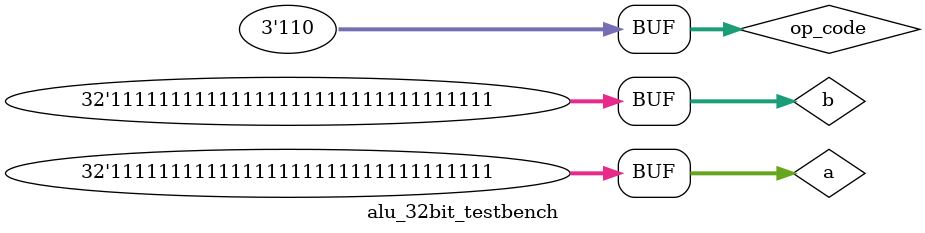
<source format=v>
`define DELAY 20
module alu_32bit_testbench();

reg [31:0] a, b;
reg [2:0] op_code;
wire [31:0] result;
wire c_out, Z;

alu_32bit test_alu_33bit (a, b, op_code, result, c_out, Z);

initial begin
	///////////////////////////////////AND
	a=32'b11110000111100001111111100000000;
	b=32'b11111111000011110000111100000000;
	op_code=3'b000;
	#`DELAY;
	
	///////////////////////////////////OR
	a=32'b11110000111100001111111100000000;
	b=32'b11111111000011110000111100000000;
	op_code=3'b001;
	#`DELAY;
	
	///////////////////////////////////ADD
	a=32'b00000000000000001111111100000000;
	b=32'b00000000000011110000111100000000;
	op_code=3'b010;
	#`DELAY;
	
	a=32'b10001111111110001111111100000000;
	b=32'b10111111110011110000111100111100;
	op_code=3'b010;
	#`DELAY;
	
	a=32'b00000000111100001111111100000000;
	b=32'b11111111000011110000111100000000;
	op_code=3'b010;
	#`DELAY;
	
	///////////////////////////////////SUBTRACT
	a=32'b00000000000000001111111100000000;
	b=32'b00000000000011110000111100000000;
	op_code=3'b110;
	#`DELAY;
	
	a=32'b00001010010100001111111100000000;
	b=32'b00000000000011110000111100000000;
	op_code=3'b110;
	#`DELAY;
	
	a=32'b11111000000000000000000000000000;
	b=32'b10000111100000000000000000000000;
	op_code=3'b110;
	#`DELAY;
	
	a=32'b10000111100000000000000000000000;
	b=32'b11111000000000000000000000000000;
	op_code=3'b110;
	#`DELAY;
	
	a=32'b11111000011110000011110000000000;
	b=32'b00011000000110000011110000000000;
	op_code=3'b110;
	#`DELAY;
	
	a=32'b00000000011100001000011110000000;
	b=32'b11111000011110000000111100011110;
	op_code=3'b110;
	#`DELAY;
	
	///////////////////////////////////XOR
	a=32'b11110000111100001111111100000000;
	b=32'b11111111000011110000111100000000;
	op_code=3'b011;
	#`DELAY;
	
	////////////////////////////////////Zero Bit
	a=32'b11110000111100001111111100000000;
	b=32'b11111111000011110000111100000000;
	op_code=3'b110;
	#`DELAY;
	
	a=32'b00000000000000000000000000000000;
	b=32'b00000000000000000000000000000000;
	op_code=3'b110;
	#`DELAY;
	
	a=32'b11111111111111111111111111111111;
	b=32'b11111111111111111111111111111111;
	op_code=3'b110;
	#`DELAY;
	
	
end

initial begin
	$monitor("a=%32b, b=%32b, op_code=%3b, result=%32b, c_out=%1b, Z=%1b ",a, b, op_code, result, c_out, Z);
end


endmodule

/*
ALUop		Function
000		AND
001		OR
010		ADD
110		SUBTRACT
011		XOR
*/

</source>
